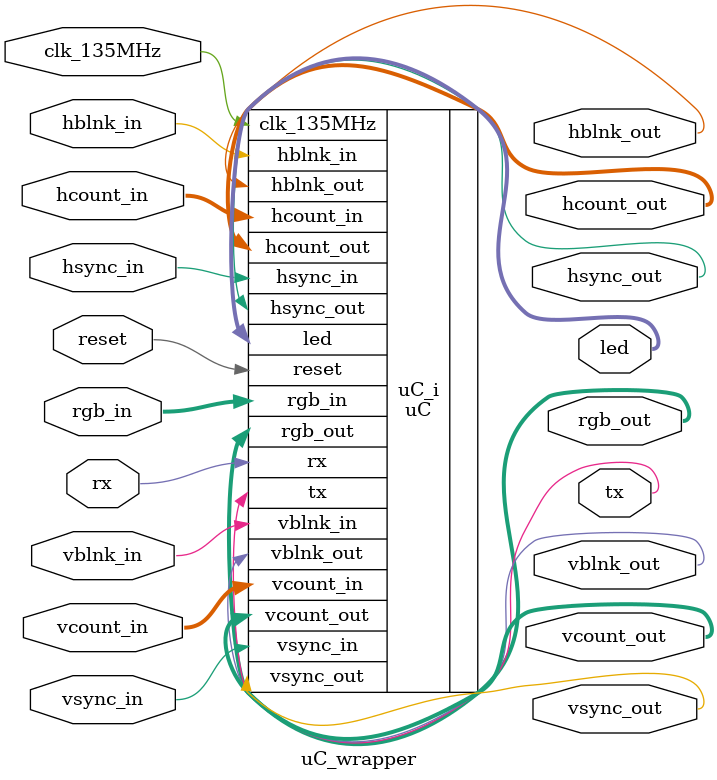
<source format=v>
`timescale 1 ps / 1 ps

module uC_wrapper
   (clk_135MHz,
    hblnk_in,
    hblnk_out,
    hcount_in,
    hcount_out,
    hsync_in,
    hsync_out,
    led,
    reset,
    rgb_in,
    rgb_out,
    rx,
    tx,
    vblnk_in,
    vblnk_out,
    vcount_in,
    vcount_out,
    vsync_in,
    vsync_out);
  input clk_135MHz;
  input hblnk_in;
  output hblnk_out;
  input [10:0]hcount_in;
  output [10:0]hcount_out;
  input hsync_in;
  output hsync_out;
  output [15:0]led;
  input reset;
  input [11:0]rgb_in;
  output [11:0]rgb_out;
  input rx;
  output tx;
  input vblnk_in;
  output vblnk_out;
  input [10:0]vcount_in;
  output [10:0]vcount_out;
  input vsync_in;
  output vsync_out;

  wire clk_135MHz;
  wire hblnk_in;
  wire hblnk_out;
  wire [10:0]hcount_in;
  wire [10:0]hcount_out;
  wire hsync_in;
  wire hsync_out;
  wire [15:0]led;
  wire reset;
  wire [11:0]rgb_in;
  wire [11:0]rgb_out;
  wire rx;
  wire tx;
  wire vblnk_in;
  wire vblnk_out;
  wire [10:0]vcount_in;
  wire [10:0]vcount_out;
  wire vsync_in;
  wire vsync_out;

  uC uC_i
       (.clk_135MHz(clk_135MHz),
        .hblnk_in(hblnk_in),
        .hblnk_out(hblnk_out),
        .hcount_in(hcount_in),
        .hcount_out(hcount_out),
        .hsync_in(hsync_in),
        .hsync_out(hsync_out),
        .led(led),
        .reset(reset),
        .rgb_in(rgb_in),
        .rgb_out(rgb_out),
        .rx(rx),
        .tx(tx),
        .vblnk_in(vblnk_in),
        .vblnk_out(vblnk_out),
        .vcount_in(vcount_in),
        .vcount_out(vcount_out),
        .vsync_in(vsync_in),
        .vsync_out(vsync_out));
endmodule

</source>
